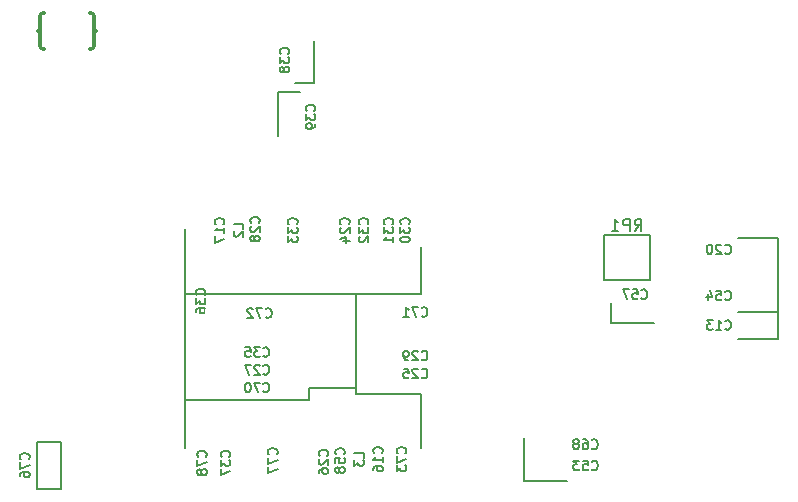
<source format=gbo>
G04 (created by PCBNEW-RS274X (2012-01-19 BZR 3256)-stable) date 2012/09/03 0:26:34*
G01*
G70*
G90*
%MOIN*%
G04 Gerber Fmt 3.4, Leading zero omitted, Abs format*
%FSLAX34Y34*%
G04 APERTURE LIST*
%ADD10C,0.006000*%
%ADD11C,0.007900*%
%ADD12C,0.011800*%
%ADD13C,0.006300*%
%ADD14C,0.150800*%
%ADD15C,0.099200*%
%ADD16R,0.124800X0.124800*%
%ADD17R,0.036200X0.026400*%
%ADD18R,0.036200X0.020500*%
%ADD19R,0.213300X0.252800*%
%ADD20C,0.237000*%
%ADD21R,0.060800X0.060800*%
%ADD22C,0.060800*%
%ADD23C,0.075600*%
%ADD24R,0.032300X0.040200*%
%ADD25R,0.040200X0.032300*%
%ADD26C,0.048000*%
%ADD27C,0.052000*%
G04 APERTURE END LIST*
G54D10*
G54D11*
X16142Y-09843D02*
X16142Y-09646D01*
X10433Y-10039D02*
X10433Y-09606D01*
X14724Y-02598D02*
X14724Y-01220D01*
X14094Y-02598D02*
X14724Y-02598D01*
X13543Y-02913D02*
X14252Y-02913D01*
X13543Y-04370D02*
X13543Y-02913D01*
X30197Y-10236D02*
X28858Y-10236D01*
X30197Y-11142D02*
X28858Y-11142D01*
X30197Y-08386D02*
X30197Y-11142D01*
X30197Y-07795D02*
X30197Y-08425D01*
X28858Y-07795D02*
X30197Y-07795D01*
X24646Y-10630D02*
X26063Y-10630D01*
X24646Y-09961D02*
X24646Y-10630D01*
X21732Y-15866D02*
X23150Y-15866D01*
X21732Y-14449D02*
X21732Y-15866D01*
X06299Y-14567D02*
X06299Y-16142D01*
X05512Y-14567D02*
X06299Y-14567D01*
X05512Y-16142D02*
X05512Y-14567D01*
X06299Y-16142D02*
X05512Y-16142D01*
X18307Y-12992D02*
X18307Y-13386D01*
X17717Y-12992D02*
X18307Y-12992D01*
X14567Y-12795D02*
X16142Y-12795D01*
X14567Y-13189D02*
X14567Y-12795D01*
X12205Y-13189D02*
X14567Y-13189D01*
X18307Y-13386D02*
X18307Y-14764D01*
X10433Y-13189D02*
X10433Y-14764D01*
X16142Y-12992D02*
X17717Y-12992D01*
X16142Y-09843D02*
X16142Y-12992D01*
X10433Y-13189D02*
X12205Y-13189D01*
X10433Y-10039D02*
X10433Y-13189D01*
X18307Y-09646D02*
X18307Y-08071D01*
X10433Y-09646D02*
X18307Y-09646D01*
X10433Y-07480D02*
X10433Y-09646D01*
X24390Y-07676D02*
X24390Y-09172D01*
X25925Y-07676D02*
X24390Y-07676D01*
X25925Y-09172D02*
X25925Y-07676D01*
X24390Y-09172D02*
X25925Y-09172D01*
G54D12*
X07267Y-01484D02*
X07295Y-01484D01*
X07352Y-01446D01*
X07381Y-01371D01*
X07381Y-00997D01*
X07410Y-00922D01*
X07467Y-00884D01*
X07410Y-00847D01*
X07381Y-00772D01*
X07381Y-00397D01*
X07352Y-00322D01*
X07295Y-00285D01*
X07267Y-00285D01*
X05724Y-01484D02*
X05696Y-01484D01*
X05639Y-01446D01*
X05610Y-01371D01*
X05610Y-00997D01*
X05581Y-00922D01*
X05524Y-00884D01*
X05581Y-00847D01*
X05610Y-00772D01*
X05610Y-00397D01*
X05639Y-00322D01*
X05696Y-00285D01*
X05724Y-00285D01*
G54D11*
X25419Y-07541D02*
X25550Y-07354D01*
X25644Y-07541D02*
X25644Y-07147D01*
X25494Y-07147D01*
X25457Y-07166D01*
X25438Y-07185D01*
X25419Y-07223D01*
X25419Y-07279D01*
X25438Y-07316D01*
X25457Y-07335D01*
X25494Y-07354D01*
X25644Y-07354D01*
X25250Y-07541D02*
X25250Y-07147D01*
X25100Y-07147D01*
X25063Y-07166D01*
X25044Y-07185D01*
X25025Y-07223D01*
X25025Y-07279D01*
X25044Y-07316D01*
X25063Y-07335D01*
X25100Y-07354D01*
X25250Y-07354D01*
X24650Y-07541D02*
X24875Y-07541D01*
X24762Y-07541D02*
X24762Y-07147D01*
X24800Y-07204D01*
X24837Y-07241D01*
X24875Y-07260D01*
G54D13*
X11122Y-15071D02*
X11137Y-15056D01*
X11153Y-15010D01*
X11153Y-14980D01*
X11137Y-14935D01*
X11107Y-14904D01*
X11077Y-14889D01*
X11016Y-14874D01*
X10970Y-14874D01*
X10910Y-14889D01*
X10879Y-14904D01*
X10849Y-14935D01*
X10834Y-14980D01*
X10834Y-15010D01*
X10849Y-15056D01*
X10864Y-15071D01*
X10834Y-15178D02*
X10834Y-15390D01*
X11153Y-15254D01*
X10970Y-15558D02*
X10955Y-15527D01*
X10940Y-15512D01*
X10910Y-15497D01*
X10894Y-15497D01*
X10864Y-15512D01*
X10849Y-15527D01*
X10834Y-15558D01*
X10834Y-15618D01*
X10849Y-15649D01*
X10864Y-15664D01*
X10894Y-15679D01*
X10910Y-15679D01*
X10940Y-15664D01*
X10955Y-15649D01*
X10970Y-15618D01*
X10970Y-15558D01*
X10986Y-15527D01*
X11001Y-15512D01*
X11031Y-15497D01*
X11092Y-15497D01*
X11122Y-15512D01*
X11137Y-15527D01*
X11153Y-15558D01*
X11153Y-15618D01*
X11137Y-15649D01*
X11122Y-15664D01*
X11092Y-15679D01*
X11031Y-15679D01*
X11001Y-15664D01*
X10986Y-15649D01*
X10970Y-15618D01*
X13484Y-14992D02*
X13499Y-14977D01*
X13515Y-14931D01*
X13515Y-14901D01*
X13499Y-14856D01*
X13469Y-14825D01*
X13439Y-14810D01*
X13378Y-14795D01*
X13332Y-14795D01*
X13272Y-14810D01*
X13241Y-14825D01*
X13211Y-14856D01*
X13196Y-14901D01*
X13196Y-14931D01*
X13211Y-14977D01*
X13226Y-14992D01*
X13196Y-15099D02*
X13196Y-15311D01*
X13515Y-15175D01*
X13196Y-15403D02*
X13196Y-15615D01*
X13515Y-15479D01*
X05217Y-15149D02*
X05232Y-15134D01*
X05248Y-15088D01*
X05248Y-15058D01*
X05232Y-15013D01*
X05202Y-14982D01*
X05172Y-14967D01*
X05111Y-14952D01*
X05065Y-14952D01*
X05005Y-14967D01*
X04974Y-14982D01*
X04944Y-15013D01*
X04929Y-15058D01*
X04929Y-15088D01*
X04944Y-15134D01*
X04959Y-15149D01*
X04929Y-15256D02*
X04929Y-15468D01*
X05248Y-15332D01*
X04929Y-15727D02*
X04929Y-15666D01*
X04944Y-15636D01*
X04959Y-15620D01*
X05005Y-15590D01*
X05065Y-15575D01*
X05187Y-15575D01*
X05217Y-15590D01*
X05232Y-15605D01*
X05248Y-15636D01*
X05248Y-15696D01*
X05232Y-15727D01*
X05217Y-15742D01*
X05187Y-15757D01*
X05111Y-15757D01*
X05081Y-15742D01*
X05065Y-15727D01*
X05050Y-15696D01*
X05050Y-15636D01*
X05065Y-15605D01*
X05081Y-15590D01*
X05111Y-15575D01*
X17775Y-14952D02*
X17790Y-14937D01*
X17806Y-14891D01*
X17806Y-14861D01*
X17790Y-14816D01*
X17760Y-14785D01*
X17730Y-14770D01*
X17669Y-14755D01*
X17623Y-14755D01*
X17563Y-14770D01*
X17532Y-14785D01*
X17502Y-14816D01*
X17487Y-14861D01*
X17487Y-14891D01*
X17502Y-14937D01*
X17517Y-14952D01*
X17487Y-15059D02*
X17487Y-15271D01*
X17806Y-15135D01*
X17487Y-15363D02*
X17487Y-15560D01*
X17608Y-15454D01*
X17608Y-15499D01*
X17623Y-15530D01*
X17639Y-15545D01*
X17669Y-15560D01*
X17745Y-15560D01*
X17775Y-15545D01*
X17790Y-15530D01*
X17806Y-15499D01*
X17806Y-15408D01*
X17790Y-15378D01*
X17775Y-15363D01*
X13118Y-10413D02*
X13133Y-10428D01*
X13179Y-10444D01*
X13209Y-10444D01*
X13254Y-10428D01*
X13285Y-10398D01*
X13300Y-10368D01*
X13315Y-10307D01*
X13315Y-10261D01*
X13300Y-10201D01*
X13285Y-10170D01*
X13254Y-10140D01*
X13209Y-10125D01*
X13179Y-10125D01*
X13133Y-10140D01*
X13118Y-10155D01*
X13011Y-10125D02*
X12799Y-10125D01*
X12935Y-10444D01*
X12692Y-10155D02*
X12677Y-10140D01*
X12647Y-10125D01*
X12571Y-10125D01*
X12540Y-10140D01*
X12525Y-10155D01*
X12510Y-10185D01*
X12510Y-10216D01*
X12525Y-10261D01*
X12707Y-10444D01*
X12510Y-10444D01*
X18315Y-10374D02*
X18330Y-10389D01*
X18376Y-10405D01*
X18406Y-10405D01*
X18451Y-10389D01*
X18482Y-10359D01*
X18497Y-10329D01*
X18512Y-10268D01*
X18512Y-10222D01*
X18497Y-10162D01*
X18482Y-10131D01*
X18451Y-10101D01*
X18406Y-10086D01*
X18376Y-10086D01*
X18330Y-10101D01*
X18315Y-10116D01*
X18208Y-10086D02*
X17996Y-10086D01*
X18132Y-10405D01*
X17707Y-10405D02*
X17889Y-10405D01*
X17798Y-10405D02*
X17798Y-10086D01*
X17828Y-10131D01*
X17859Y-10162D01*
X17889Y-10177D01*
X13040Y-12893D02*
X13055Y-12908D01*
X13101Y-12924D01*
X13131Y-12924D01*
X13176Y-12908D01*
X13207Y-12878D01*
X13222Y-12848D01*
X13237Y-12787D01*
X13237Y-12741D01*
X13222Y-12681D01*
X13207Y-12650D01*
X13176Y-12620D01*
X13131Y-12605D01*
X13101Y-12605D01*
X13055Y-12620D01*
X13040Y-12635D01*
X12933Y-12605D02*
X12721Y-12605D01*
X12857Y-12924D01*
X12538Y-12605D02*
X12508Y-12605D01*
X12478Y-12620D01*
X12462Y-12635D01*
X12447Y-12665D01*
X12432Y-12726D01*
X12432Y-12802D01*
X12447Y-12863D01*
X12462Y-12893D01*
X12478Y-12908D01*
X12508Y-12924D01*
X12538Y-12924D01*
X12569Y-12908D01*
X12584Y-12893D01*
X12599Y-12863D01*
X12614Y-12802D01*
X12614Y-12726D01*
X12599Y-12665D01*
X12584Y-12635D01*
X12569Y-12620D01*
X12538Y-12605D01*
X23985Y-14783D02*
X24000Y-14798D01*
X24046Y-14814D01*
X24076Y-14814D01*
X24121Y-14798D01*
X24152Y-14768D01*
X24167Y-14738D01*
X24182Y-14677D01*
X24182Y-14631D01*
X24167Y-14571D01*
X24152Y-14540D01*
X24121Y-14510D01*
X24076Y-14495D01*
X24046Y-14495D01*
X24000Y-14510D01*
X23985Y-14525D01*
X23711Y-14495D02*
X23772Y-14495D01*
X23802Y-14510D01*
X23818Y-14525D01*
X23848Y-14571D01*
X23863Y-14631D01*
X23863Y-14753D01*
X23848Y-14783D01*
X23833Y-14798D01*
X23802Y-14814D01*
X23742Y-14814D01*
X23711Y-14798D01*
X23696Y-14783D01*
X23681Y-14753D01*
X23681Y-14677D01*
X23696Y-14647D01*
X23711Y-14631D01*
X23742Y-14616D01*
X23802Y-14616D01*
X23833Y-14631D01*
X23848Y-14647D01*
X23863Y-14677D01*
X23498Y-14631D02*
X23529Y-14616D01*
X23544Y-14601D01*
X23559Y-14571D01*
X23559Y-14555D01*
X23544Y-14525D01*
X23529Y-14510D01*
X23498Y-14495D01*
X23438Y-14495D01*
X23407Y-14510D01*
X23392Y-14525D01*
X23377Y-14555D01*
X23377Y-14571D01*
X23392Y-14601D01*
X23407Y-14616D01*
X23438Y-14631D01*
X23498Y-14631D01*
X23529Y-14647D01*
X23544Y-14662D01*
X23559Y-14692D01*
X23559Y-14753D01*
X23544Y-14783D01*
X23529Y-14798D01*
X23498Y-14814D01*
X23438Y-14814D01*
X23407Y-14798D01*
X23392Y-14783D01*
X23377Y-14753D01*
X23377Y-14692D01*
X23392Y-14662D01*
X23407Y-14647D01*
X23438Y-14631D01*
X15728Y-14992D02*
X15743Y-14977D01*
X15759Y-14931D01*
X15759Y-14901D01*
X15743Y-14856D01*
X15713Y-14825D01*
X15683Y-14810D01*
X15622Y-14795D01*
X15576Y-14795D01*
X15516Y-14810D01*
X15485Y-14825D01*
X15455Y-14856D01*
X15440Y-14901D01*
X15440Y-14931D01*
X15455Y-14977D01*
X15470Y-14992D01*
X15440Y-15281D02*
X15440Y-15129D01*
X15592Y-15114D01*
X15576Y-15129D01*
X15561Y-15159D01*
X15561Y-15235D01*
X15576Y-15266D01*
X15592Y-15281D01*
X15622Y-15296D01*
X15698Y-15296D01*
X15728Y-15281D01*
X15743Y-15266D01*
X15759Y-15235D01*
X15759Y-15159D01*
X15743Y-15129D01*
X15728Y-15114D01*
X15576Y-15479D02*
X15561Y-15448D01*
X15546Y-15433D01*
X15516Y-15418D01*
X15500Y-15418D01*
X15470Y-15433D01*
X15455Y-15448D01*
X15440Y-15479D01*
X15440Y-15539D01*
X15455Y-15570D01*
X15470Y-15585D01*
X15500Y-15600D01*
X15516Y-15600D01*
X15546Y-15585D01*
X15561Y-15570D01*
X15576Y-15539D01*
X15576Y-15479D01*
X15592Y-15448D01*
X15607Y-15433D01*
X15637Y-15418D01*
X15698Y-15418D01*
X15728Y-15433D01*
X15743Y-15448D01*
X15759Y-15479D01*
X15759Y-15539D01*
X15743Y-15570D01*
X15728Y-15585D01*
X15698Y-15600D01*
X15637Y-15600D01*
X15607Y-15585D01*
X15592Y-15570D01*
X15576Y-15539D01*
X25638Y-09783D02*
X25653Y-09798D01*
X25699Y-09814D01*
X25729Y-09814D01*
X25774Y-09798D01*
X25805Y-09768D01*
X25820Y-09738D01*
X25835Y-09677D01*
X25835Y-09631D01*
X25820Y-09571D01*
X25805Y-09540D01*
X25774Y-09510D01*
X25729Y-09495D01*
X25699Y-09495D01*
X25653Y-09510D01*
X25638Y-09525D01*
X25349Y-09495D02*
X25501Y-09495D01*
X25516Y-09647D01*
X25501Y-09631D01*
X25471Y-09616D01*
X25395Y-09616D01*
X25364Y-09631D01*
X25349Y-09647D01*
X25334Y-09677D01*
X25334Y-09753D01*
X25349Y-09783D01*
X25364Y-09798D01*
X25395Y-09814D01*
X25471Y-09814D01*
X25501Y-09798D01*
X25516Y-09783D01*
X25227Y-09495D02*
X25015Y-09495D01*
X25151Y-09814D01*
X28433Y-09822D02*
X28448Y-09837D01*
X28494Y-09853D01*
X28524Y-09853D01*
X28569Y-09837D01*
X28600Y-09807D01*
X28615Y-09777D01*
X28630Y-09716D01*
X28630Y-09670D01*
X28615Y-09610D01*
X28600Y-09579D01*
X28569Y-09549D01*
X28524Y-09534D01*
X28494Y-09534D01*
X28448Y-09549D01*
X28433Y-09564D01*
X28144Y-09534D02*
X28296Y-09534D01*
X28311Y-09686D01*
X28296Y-09670D01*
X28266Y-09655D01*
X28190Y-09655D01*
X28159Y-09670D01*
X28144Y-09686D01*
X28129Y-09716D01*
X28129Y-09792D01*
X28144Y-09822D01*
X28159Y-09837D01*
X28190Y-09853D01*
X28266Y-09853D01*
X28296Y-09837D01*
X28311Y-09822D01*
X27855Y-09640D02*
X27855Y-09853D01*
X27931Y-09518D02*
X28007Y-09746D01*
X27810Y-09746D01*
X23985Y-15492D02*
X24000Y-15507D01*
X24046Y-15523D01*
X24076Y-15523D01*
X24121Y-15507D01*
X24152Y-15477D01*
X24167Y-15447D01*
X24182Y-15386D01*
X24182Y-15340D01*
X24167Y-15280D01*
X24152Y-15249D01*
X24121Y-15219D01*
X24076Y-15204D01*
X24046Y-15204D01*
X24000Y-15219D01*
X23985Y-15234D01*
X23696Y-15204D02*
X23848Y-15204D01*
X23863Y-15356D01*
X23848Y-15340D01*
X23818Y-15325D01*
X23742Y-15325D01*
X23711Y-15340D01*
X23696Y-15356D01*
X23681Y-15386D01*
X23681Y-15462D01*
X23696Y-15492D01*
X23711Y-15507D01*
X23742Y-15523D01*
X23818Y-15523D01*
X23848Y-15507D01*
X23863Y-15492D01*
X23574Y-15204D02*
X23377Y-15204D01*
X23483Y-15325D01*
X23438Y-15325D01*
X23407Y-15340D01*
X23392Y-15356D01*
X23377Y-15386D01*
X23377Y-15462D01*
X23392Y-15492D01*
X23407Y-15507D01*
X23438Y-15523D01*
X23529Y-15523D01*
X23559Y-15507D01*
X23574Y-15492D01*
X14744Y-03535D02*
X14759Y-03520D01*
X14775Y-03474D01*
X14775Y-03444D01*
X14759Y-03399D01*
X14729Y-03368D01*
X14699Y-03353D01*
X14638Y-03338D01*
X14592Y-03338D01*
X14532Y-03353D01*
X14501Y-03368D01*
X14471Y-03399D01*
X14456Y-03444D01*
X14456Y-03474D01*
X14471Y-03520D01*
X14486Y-03535D01*
X14456Y-03642D02*
X14456Y-03839D01*
X14577Y-03733D01*
X14577Y-03778D01*
X14592Y-03809D01*
X14608Y-03824D01*
X14638Y-03839D01*
X14714Y-03839D01*
X14744Y-03824D01*
X14759Y-03809D01*
X14775Y-03778D01*
X14775Y-03687D01*
X14759Y-03657D01*
X14744Y-03642D01*
X14775Y-03991D02*
X14775Y-04052D01*
X14759Y-04082D01*
X14744Y-04097D01*
X14699Y-04128D01*
X14638Y-04143D01*
X14516Y-04143D01*
X14486Y-04128D01*
X14471Y-04113D01*
X14456Y-04082D01*
X14456Y-04022D01*
X14471Y-03991D01*
X14486Y-03976D01*
X14516Y-03961D01*
X14592Y-03961D01*
X14623Y-03976D01*
X14638Y-03991D01*
X14653Y-04022D01*
X14653Y-04082D01*
X14638Y-04113D01*
X14623Y-04128D01*
X14592Y-04143D01*
X13878Y-01645D02*
X13893Y-01630D01*
X13909Y-01584D01*
X13909Y-01554D01*
X13893Y-01509D01*
X13863Y-01478D01*
X13833Y-01463D01*
X13772Y-01448D01*
X13726Y-01448D01*
X13666Y-01463D01*
X13635Y-01478D01*
X13605Y-01509D01*
X13590Y-01554D01*
X13590Y-01584D01*
X13605Y-01630D01*
X13620Y-01645D01*
X13590Y-01752D02*
X13590Y-01949D01*
X13711Y-01843D01*
X13711Y-01888D01*
X13726Y-01919D01*
X13742Y-01934D01*
X13772Y-01949D01*
X13848Y-01949D01*
X13878Y-01934D01*
X13893Y-01919D01*
X13909Y-01888D01*
X13909Y-01797D01*
X13893Y-01767D01*
X13878Y-01752D01*
X13726Y-02132D02*
X13711Y-02101D01*
X13696Y-02086D01*
X13666Y-02071D01*
X13650Y-02071D01*
X13620Y-02086D01*
X13605Y-02101D01*
X13590Y-02132D01*
X13590Y-02192D01*
X13605Y-02223D01*
X13620Y-02238D01*
X13650Y-02253D01*
X13666Y-02253D01*
X13696Y-02238D01*
X13711Y-02223D01*
X13726Y-02192D01*
X13726Y-02132D01*
X13742Y-02101D01*
X13757Y-02086D01*
X13787Y-02071D01*
X13848Y-02071D01*
X13878Y-02086D01*
X13893Y-02101D01*
X13909Y-02132D01*
X13909Y-02192D01*
X13893Y-02223D01*
X13878Y-02238D01*
X13848Y-02253D01*
X13787Y-02253D01*
X13757Y-02238D01*
X13742Y-02223D01*
X13726Y-02192D01*
X11909Y-15071D02*
X11924Y-15056D01*
X11940Y-15010D01*
X11940Y-14980D01*
X11924Y-14935D01*
X11894Y-14904D01*
X11864Y-14889D01*
X11803Y-14874D01*
X11757Y-14874D01*
X11697Y-14889D01*
X11666Y-14904D01*
X11636Y-14935D01*
X11621Y-14980D01*
X11621Y-15010D01*
X11636Y-15056D01*
X11651Y-15071D01*
X11621Y-15178D02*
X11621Y-15375D01*
X11742Y-15269D01*
X11742Y-15314D01*
X11757Y-15345D01*
X11773Y-15360D01*
X11803Y-15375D01*
X11879Y-15375D01*
X11909Y-15360D01*
X11924Y-15345D01*
X11940Y-15314D01*
X11940Y-15223D01*
X11924Y-15193D01*
X11909Y-15178D01*
X11621Y-15482D02*
X11621Y-15694D01*
X11940Y-15558D01*
X11082Y-09677D02*
X11097Y-09662D01*
X11113Y-09616D01*
X11113Y-09586D01*
X11097Y-09541D01*
X11067Y-09510D01*
X11037Y-09495D01*
X10976Y-09480D01*
X10930Y-09480D01*
X10870Y-09495D01*
X10839Y-09510D01*
X10809Y-09541D01*
X10794Y-09586D01*
X10794Y-09616D01*
X10809Y-09662D01*
X10824Y-09677D01*
X10794Y-09784D02*
X10794Y-09981D01*
X10915Y-09875D01*
X10915Y-09920D01*
X10930Y-09951D01*
X10946Y-09966D01*
X10976Y-09981D01*
X11052Y-09981D01*
X11082Y-09966D01*
X11097Y-09951D01*
X11113Y-09920D01*
X11113Y-09829D01*
X11097Y-09799D01*
X11082Y-09784D01*
X10794Y-10255D02*
X10794Y-10194D01*
X10809Y-10164D01*
X10824Y-10148D01*
X10870Y-10118D01*
X10930Y-10103D01*
X11052Y-10103D01*
X11082Y-10118D01*
X11097Y-10133D01*
X11113Y-10164D01*
X11113Y-10224D01*
X11097Y-10255D01*
X11082Y-10270D01*
X11052Y-10285D01*
X10976Y-10285D01*
X10946Y-10270D01*
X10930Y-10255D01*
X10915Y-10224D01*
X10915Y-10164D01*
X10930Y-10133D01*
X10946Y-10118D01*
X10976Y-10103D01*
X13040Y-11712D02*
X13055Y-11727D01*
X13101Y-11743D01*
X13131Y-11743D01*
X13176Y-11727D01*
X13207Y-11697D01*
X13222Y-11667D01*
X13237Y-11606D01*
X13237Y-11560D01*
X13222Y-11500D01*
X13207Y-11469D01*
X13176Y-11439D01*
X13131Y-11424D01*
X13101Y-11424D01*
X13055Y-11439D01*
X13040Y-11454D01*
X12933Y-11424D02*
X12736Y-11424D01*
X12842Y-11545D01*
X12797Y-11545D01*
X12766Y-11560D01*
X12751Y-11576D01*
X12736Y-11606D01*
X12736Y-11682D01*
X12751Y-11712D01*
X12766Y-11727D01*
X12797Y-11743D01*
X12888Y-11743D01*
X12918Y-11727D01*
X12933Y-11712D01*
X12447Y-11424D02*
X12599Y-11424D01*
X12614Y-11576D01*
X12599Y-11560D01*
X12569Y-11545D01*
X12493Y-11545D01*
X12462Y-11560D01*
X12447Y-11576D01*
X12432Y-11606D01*
X12432Y-11682D01*
X12447Y-11712D01*
X12462Y-11727D01*
X12493Y-11743D01*
X12569Y-11743D01*
X12599Y-11727D01*
X12614Y-11712D01*
X14153Y-07315D02*
X14168Y-07300D01*
X14184Y-07254D01*
X14184Y-07224D01*
X14168Y-07179D01*
X14138Y-07148D01*
X14108Y-07133D01*
X14047Y-07118D01*
X14001Y-07118D01*
X13941Y-07133D01*
X13910Y-07148D01*
X13880Y-07179D01*
X13865Y-07224D01*
X13865Y-07254D01*
X13880Y-07300D01*
X13895Y-07315D01*
X13865Y-07422D02*
X13865Y-07619D01*
X13986Y-07513D01*
X13986Y-07558D01*
X14001Y-07589D01*
X14017Y-07604D01*
X14047Y-07619D01*
X14123Y-07619D01*
X14153Y-07604D01*
X14168Y-07589D01*
X14184Y-07558D01*
X14184Y-07467D01*
X14168Y-07437D01*
X14153Y-07422D01*
X13865Y-07726D02*
X13865Y-07923D01*
X13986Y-07817D01*
X13986Y-07862D01*
X14001Y-07893D01*
X14017Y-07908D01*
X14047Y-07923D01*
X14123Y-07923D01*
X14153Y-07908D01*
X14168Y-07893D01*
X14184Y-07862D01*
X14184Y-07771D01*
X14168Y-07741D01*
X14153Y-07726D01*
X16515Y-07315D02*
X16530Y-07300D01*
X16546Y-07254D01*
X16546Y-07224D01*
X16530Y-07179D01*
X16500Y-07148D01*
X16470Y-07133D01*
X16409Y-07118D01*
X16363Y-07118D01*
X16303Y-07133D01*
X16272Y-07148D01*
X16242Y-07179D01*
X16227Y-07224D01*
X16227Y-07254D01*
X16242Y-07300D01*
X16257Y-07315D01*
X16227Y-07422D02*
X16227Y-07619D01*
X16348Y-07513D01*
X16348Y-07558D01*
X16363Y-07589D01*
X16379Y-07604D01*
X16409Y-07619D01*
X16485Y-07619D01*
X16515Y-07604D01*
X16530Y-07589D01*
X16546Y-07558D01*
X16546Y-07467D01*
X16530Y-07437D01*
X16515Y-07422D01*
X16257Y-07741D02*
X16242Y-07756D01*
X16227Y-07786D01*
X16227Y-07862D01*
X16242Y-07893D01*
X16257Y-07908D01*
X16287Y-07923D01*
X16318Y-07923D01*
X16363Y-07908D01*
X16546Y-07726D01*
X16546Y-07923D01*
X17342Y-07315D02*
X17357Y-07300D01*
X17373Y-07254D01*
X17373Y-07224D01*
X17357Y-07179D01*
X17327Y-07148D01*
X17297Y-07133D01*
X17236Y-07118D01*
X17190Y-07118D01*
X17130Y-07133D01*
X17099Y-07148D01*
X17069Y-07179D01*
X17054Y-07224D01*
X17054Y-07254D01*
X17069Y-07300D01*
X17084Y-07315D01*
X17054Y-07422D02*
X17054Y-07619D01*
X17175Y-07513D01*
X17175Y-07558D01*
X17190Y-07589D01*
X17206Y-07604D01*
X17236Y-07619D01*
X17312Y-07619D01*
X17342Y-07604D01*
X17357Y-07589D01*
X17373Y-07558D01*
X17373Y-07467D01*
X17357Y-07437D01*
X17342Y-07422D01*
X17373Y-07923D02*
X17373Y-07741D01*
X17373Y-07832D02*
X17054Y-07832D01*
X17099Y-07802D01*
X17130Y-07771D01*
X17145Y-07741D01*
X17893Y-07315D02*
X17908Y-07300D01*
X17924Y-07254D01*
X17924Y-07224D01*
X17908Y-07179D01*
X17878Y-07148D01*
X17848Y-07133D01*
X17787Y-07118D01*
X17741Y-07118D01*
X17681Y-07133D01*
X17650Y-07148D01*
X17620Y-07179D01*
X17605Y-07224D01*
X17605Y-07254D01*
X17620Y-07300D01*
X17635Y-07315D01*
X17605Y-07422D02*
X17605Y-07619D01*
X17726Y-07513D01*
X17726Y-07558D01*
X17741Y-07589D01*
X17757Y-07604D01*
X17787Y-07619D01*
X17863Y-07619D01*
X17893Y-07604D01*
X17908Y-07589D01*
X17924Y-07558D01*
X17924Y-07467D01*
X17908Y-07437D01*
X17893Y-07422D01*
X17605Y-07817D02*
X17605Y-07847D01*
X17620Y-07877D01*
X17635Y-07893D01*
X17665Y-07908D01*
X17726Y-07923D01*
X17802Y-07923D01*
X17863Y-07908D01*
X17893Y-07893D01*
X17908Y-07877D01*
X17924Y-07847D01*
X17924Y-07817D01*
X17908Y-07786D01*
X17893Y-07771D01*
X17863Y-07756D01*
X17802Y-07741D01*
X17726Y-07741D01*
X17665Y-07756D01*
X17635Y-07771D01*
X17620Y-07786D01*
X17605Y-07817D01*
X18315Y-11830D02*
X18330Y-11845D01*
X18376Y-11861D01*
X18406Y-11861D01*
X18451Y-11845D01*
X18482Y-11815D01*
X18497Y-11785D01*
X18512Y-11724D01*
X18512Y-11678D01*
X18497Y-11618D01*
X18482Y-11587D01*
X18451Y-11557D01*
X18406Y-11542D01*
X18376Y-11542D01*
X18330Y-11557D01*
X18315Y-11572D01*
X18193Y-11572D02*
X18178Y-11557D01*
X18148Y-11542D01*
X18072Y-11542D01*
X18041Y-11557D01*
X18026Y-11572D01*
X18011Y-11602D01*
X18011Y-11633D01*
X18026Y-11678D01*
X18208Y-11861D01*
X18011Y-11861D01*
X17859Y-11861D02*
X17798Y-11861D01*
X17768Y-11845D01*
X17753Y-11830D01*
X17722Y-11785D01*
X17707Y-11724D01*
X17707Y-11602D01*
X17722Y-11572D01*
X17737Y-11557D01*
X17768Y-11542D01*
X17828Y-11542D01*
X17859Y-11557D01*
X17874Y-11572D01*
X17889Y-11602D01*
X17889Y-11678D01*
X17874Y-11709D01*
X17859Y-11724D01*
X17828Y-11739D01*
X17768Y-11739D01*
X17737Y-11724D01*
X17722Y-11709D01*
X17707Y-11678D01*
X12893Y-07275D02*
X12908Y-07260D01*
X12924Y-07214D01*
X12924Y-07184D01*
X12908Y-07139D01*
X12878Y-07108D01*
X12848Y-07093D01*
X12787Y-07078D01*
X12741Y-07078D01*
X12681Y-07093D01*
X12650Y-07108D01*
X12620Y-07139D01*
X12605Y-07184D01*
X12605Y-07214D01*
X12620Y-07260D01*
X12635Y-07275D01*
X12635Y-07397D02*
X12620Y-07412D01*
X12605Y-07442D01*
X12605Y-07518D01*
X12620Y-07549D01*
X12635Y-07564D01*
X12665Y-07579D01*
X12696Y-07579D01*
X12741Y-07564D01*
X12924Y-07382D01*
X12924Y-07579D01*
X12741Y-07762D02*
X12726Y-07731D01*
X12711Y-07716D01*
X12681Y-07701D01*
X12665Y-07701D01*
X12635Y-07716D01*
X12620Y-07731D01*
X12605Y-07762D01*
X12605Y-07822D01*
X12620Y-07853D01*
X12635Y-07868D01*
X12665Y-07883D01*
X12681Y-07883D01*
X12711Y-07868D01*
X12726Y-07853D01*
X12741Y-07822D01*
X12741Y-07762D01*
X12757Y-07731D01*
X12772Y-07716D01*
X12802Y-07701D01*
X12863Y-07701D01*
X12893Y-07716D01*
X12908Y-07731D01*
X12924Y-07762D01*
X12924Y-07822D01*
X12908Y-07853D01*
X12893Y-07868D01*
X12863Y-07883D01*
X12802Y-07883D01*
X12772Y-07868D01*
X12757Y-07853D01*
X12741Y-07822D01*
X13040Y-12303D02*
X13055Y-12318D01*
X13101Y-12334D01*
X13131Y-12334D01*
X13176Y-12318D01*
X13207Y-12288D01*
X13222Y-12258D01*
X13237Y-12197D01*
X13237Y-12151D01*
X13222Y-12091D01*
X13207Y-12060D01*
X13176Y-12030D01*
X13131Y-12015D01*
X13101Y-12015D01*
X13055Y-12030D01*
X13040Y-12045D01*
X12918Y-12045D02*
X12903Y-12030D01*
X12873Y-12015D01*
X12797Y-12015D01*
X12766Y-12030D01*
X12751Y-12045D01*
X12736Y-12075D01*
X12736Y-12106D01*
X12751Y-12151D01*
X12933Y-12334D01*
X12736Y-12334D01*
X12629Y-12015D02*
X12417Y-12015D01*
X12553Y-12334D01*
X15177Y-15031D02*
X15192Y-15016D01*
X15208Y-14970D01*
X15208Y-14940D01*
X15192Y-14895D01*
X15162Y-14864D01*
X15132Y-14849D01*
X15071Y-14834D01*
X15025Y-14834D01*
X14965Y-14849D01*
X14934Y-14864D01*
X14904Y-14895D01*
X14889Y-14940D01*
X14889Y-14970D01*
X14904Y-15016D01*
X14919Y-15031D01*
X14919Y-15153D02*
X14904Y-15168D01*
X14889Y-15198D01*
X14889Y-15274D01*
X14904Y-15305D01*
X14919Y-15320D01*
X14949Y-15335D01*
X14980Y-15335D01*
X15025Y-15320D01*
X15208Y-15138D01*
X15208Y-15335D01*
X14889Y-15609D02*
X14889Y-15548D01*
X14904Y-15518D01*
X14919Y-15502D01*
X14965Y-15472D01*
X15025Y-15457D01*
X15147Y-15457D01*
X15177Y-15472D01*
X15192Y-15487D01*
X15208Y-15518D01*
X15208Y-15578D01*
X15192Y-15609D01*
X15177Y-15624D01*
X15147Y-15639D01*
X15071Y-15639D01*
X15041Y-15624D01*
X15025Y-15609D01*
X15010Y-15578D01*
X15010Y-15518D01*
X15025Y-15487D01*
X15041Y-15472D01*
X15071Y-15457D01*
X18315Y-12421D02*
X18330Y-12436D01*
X18376Y-12452D01*
X18406Y-12452D01*
X18451Y-12436D01*
X18482Y-12406D01*
X18497Y-12376D01*
X18512Y-12315D01*
X18512Y-12269D01*
X18497Y-12209D01*
X18482Y-12178D01*
X18451Y-12148D01*
X18406Y-12133D01*
X18376Y-12133D01*
X18330Y-12148D01*
X18315Y-12163D01*
X18193Y-12163D02*
X18178Y-12148D01*
X18148Y-12133D01*
X18072Y-12133D01*
X18041Y-12148D01*
X18026Y-12163D01*
X18011Y-12193D01*
X18011Y-12224D01*
X18026Y-12269D01*
X18208Y-12452D01*
X18011Y-12452D01*
X17722Y-12133D02*
X17874Y-12133D01*
X17889Y-12285D01*
X17874Y-12269D01*
X17844Y-12254D01*
X17768Y-12254D01*
X17737Y-12269D01*
X17722Y-12285D01*
X17707Y-12315D01*
X17707Y-12391D01*
X17722Y-12421D01*
X17737Y-12436D01*
X17768Y-12452D01*
X17844Y-12452D01*
X17874Y-12436D01*
X17889Y-12421D01*
X15885Y-07315D02*
X15900Y-07300D01*
X15916Y-07254D01*
X15916Y-07224D01*
X15900Y-07179D01*
X15870Y-07148D01*
X15840Y-07133D01*
X15779Y-07118D01*
X15733Y-07118D01*
X15673Y-07133D01*
X15642Y-07148D01*
X15612Y-07179D01*
X15597Y-07224D01*
X15597Y-07254D01*
X15612Y-07300D01*
X15627Y-07315D01*
X15627Y-07437D02*
X15612Y-07452D01*
X15597Y-07482D01*
X15597Y-07558D01*
X15612Y-07589D01*
X15627Y-07604D01*
X15657Y-07619D01*
X15688Y-07619D01*
X15733Y-07604D01*
X15916Y-07422D01*
X15916Y-07619D01*
X15703Y-07893D02*
X15916Y-07893D01*
X15581Y-07817D02*
X15809Y-07741D01*
X15809Y-07938D01*
X28433Y-08287D02*
X28448Y-08302D01*
X28494Y-08318D01*
X28524Y-08318D01*
X28569Y-08302D01*
X28600Y-08272D01*
X28615Y-08242D01*
X28630Y-08181D01*
X28630Y-08135D01*
X28615Y-08075D01*
X28600Y-08044D01*
X28569Y-08014D01*
X28524Y-07999D01*
X28494Y-07999D01*
X28448Y-08014D01*
X28433Y-08029D01*
X28311Y-08029D02*
X28296Y-08014D01*
X28266Y-07999D01*
X28190Y-07999D01*
X28159Y-08014D01*
X28144Y-08029D01*
X28129Y-08059D01*
X28129Y-08090D01*
X28144Y-08135D01*
X28326Y-08318D01*
X28129Y-08318D01*
X27931Y-07999D02*
X27901Y-07999D01*
X27871Y-08014D01*
X27855Y-08029D01*
X27840Y-08059D01*
X27825Y-08120D01*
X27825Y-08196D01*
X27840Y-08257D01*
X27855Y-08287D01*
X27871Y-08302D01*
X27901Y-08318D01*
X27931Y-08318D01*
X27962Y-08302D01*
X27977Y-08287D01*
X27992Y-08257D01*
X28007Y-08196D01*
X28007Y-08120D01*
X27992Y-08059D01*
X27977Y-08029D01*
X27962Y-08014D01*
X27931Y-07999D01*
X11712Y-07315D02*
X11727Y-07300D01*
X11743Y-07254D01*
X11743Y-07224D01*
X11727Y-07179D01*
X11697Y-07148D01*
X11667Y-07133D01*
X11606Y-07118D01*
X11560Y-07118D01*
X11500Y-07133D01*
X11469Y-07148D01*
X11439Y-07179D01*
X11424Y-07224D01*
X11424Y-07254D01*
X11439Y-07300D01*
X11454Y-07315D01*
X11743Y-07619D02*
X11743Y-07437D01*
X11743Y-07528D02*
X11424Y-07528D01*
X11469Y-07498D01*
X11500Y-07467D01*
X11515Y-07437D01*
X11424Y-07726D02*
X11424Y-07938D01*
X11743Y-07802D01*
X16988Y-14952D02*
X17003Y-14937D01*
X17019Y-14891D01*
X17019Y-14861D01*
X17003Y-14816D01*
X16973Y-14785D01*
X16943Y-14770D01*
X16882Y-14755D01*
X16836Y-14755D01*
X16776Y-14770D01*
X16745Y-14785D01*
X16715Y-14816D01*
X16700Y-14861D01*
X16700Y-14891D01*
X16715Y-14937D01*
X16730Y-14952D01*
X17019Y-15256D02*
X17019Y-15074D01*
X17019Y-15165D02*
X16700Y-15165D01*
X16745Y-15135D01*
X16776Y-15104D01*
X16791Y-15074D01*
X16700Y-15530D02*
X16700Y-15469D01*
X16715Y-15439D01*
X16730Y-15423D01*
X16776Y-15393D01*
X16836Y-15378D01*
X16958Y-15378D01*
X16988Y-15393D01*
X17003Y-15408D01*
X17019Y-15439D01*
X17019Y-15499D01*
X17003Y-15530D01*
X16988Y-15545D01*
X16958Y-15560D01*
X16882Y-15560D01*
X16852Y-15545D01*
X16836Y-15530D01*
X16821Y-15499D01*
X16821Y-15439D01*
X16836Y-15408D01*
X16852Y-15393D01*
X16882Y-15378D01*
X28433Y-10807D02*
X28448Y-10822D01*
X28494Y-10838D01*
X28524Y-10838D01*
X28569Y-10822D01*
X28600Y-10792D01*
X28615Y-10762D01*
X28630Y-10701D01*
X28630Y-10655D01*
X28615Y-10595D01*
X28600Y-10564D01*
X28569Y-10534D01*
X28524Y-10519D01*
X28494Y-10519D01*
X28448Y-10534D01*
X28433Y-10549D01*
X28129Y-10838D02*
X28311Y-10838D01*
X28220Y-10838D02*
X28220Y-10519D01*
X28250Y-10564D01*
X28281Y-10595D01*
X28311Y-10610D01*
X28022Y-10519D02*
X27825Y-10519D01*
X27931Y-10640D01*
X27886Y-10640D01*
X27855Y-10655D01*
X27840Y-10671D01*
X27825Y-10701D01*
X27825Y-10777D01*
X27840Y-10807D01*
X27855Y-10822D01*
X27886Y-10838D01*
X27977Y-10838D01*
X28007Y-10822D01*
X28022Y-10807D01*
X16389Y-15104D02*
X16389Y-14952D01*
X16070Y-14952D01*
X16070Y-15180D02*
X16070Y-15377D01*
X16191Y-15271D01*
X16191Y-15316D01*
X16206Y-15347D01*
X16222Y-15362D01*
X16252Y-15377D01*
X16328Y-15377D01*
X16358Y-15362D01*
X16373Y-15347D01*
X16389Y-15316D01*
X16389Y-15225D01*
X16373Y-15195D01*
X16358Y-15180D01*
X12373Y-07467D02*
X12373Y-07315D01*
X12054Y-07315D01*
X12084Y-07558D02*
X12069Y-07573D01*
X12054Y-07603D01*
X12054Y-07679D01*
X12069Y-07710D01*
X12084Y-07725D01*
X12114Y-07740D01*
X12145Y-07740D01*
X12190Y-07725D01*
X12373Y-07543D01*
X12373Y-07740D01*
%LPC*%
G54D14*
X31102Y-01772D03*
X31102Y-05709D03*
X29134Y-05020D03*
X37795Y-01772D03*
X37795Y-05709D03*
X35827Y-05020D03*
G54D15*
X43306Y-03149D03*
X41653Y-04331D03*
X43307Y-05512D03*
G54D16*
X22677Y-09485D03*
G54D17*
X24763Y-08896D03*
G54D18*
X24763Y-08581D03*
X24763Y-08266D03*
G54D17*
X24763Y-07951D03*
X25550Y-07951D03*
G54D18*
X25550Y-08266D03*
X25550Y-08581D03*
G54D17*
X25550Y-08896D03*
G54D19*
X40551Y-11496D03*
G54D20*
X46850Y-18110D03*
X46850Y-01575D03*
X01575Y-18110D03*
X01575Y-01575D03*
G54D21*
X03996Y-02559D03*
G54D22*
X04996Y-02559D03*
X05996Y-02559D03*
X06996Y-02559D03*
X07996Y-02559D03*
X08996Y-02559D03*
G54D21*
X44201Y-18504D03*
G54D22*
X43201Y-18504D03*
G54D21*
X44201Y-16929D03*
G54D22*
X43201Y-16929D03*
G54D21*
X43291Y-15264D03*
G54D22*
X43291Y-14264D03*
X44291Y-15264D03*
X44291Y-14264D03*
X45291Y-15264D03*
X45291Y-14264D03*
G54D23*
X20669Y-04528D03*
X18701Y-04528D03*
X18504Y-01576D03*
X20866Y-01576D03*
X26181Y-04528D03*
X24213Y-04528D03*
X24016Y-01576D03*
X26378Y-01576D03*
G54D24*
X11024Y-13661D03*
X11024Y-14291D03*
X13386Y-13661D03*
X13386Y-14291D03*
X05906Y-15039D03*
X05906Y-15669D03*
X17677Y-13661D03*
X17677Y-14291D03*
G54D25*
X11929Y-10315D03*
X11299Y-10315D03*
X16614Y-10276D03*
X17244Y-10276D03*
X11929Y-12795D03*
X11299Y-12795D03*
X22205Y-14646D03*
X22835Y-14646D03*
G54D24*
X15630Y-14291D03*
X15630Y-13661D03*
G54D25*
X25748Y-10197D03*
X25118Y-10197D03*
X29764Y-09724D03*
X29134Y-09724D03*
X22835Y-15394D03*
X22205Y-15394D03*
G54D24*
X14016Y-04055D03*
X14016Y-03425D03*
X14331Y-01535D03*
X14331Y-02165D03*
X11811Y-13661D03*
X11811Y-14291D03*
X10984Y-08976D03*
X10984Y-08346D03*
G54D25*
X11929Y-11614D03*
X11299Y-11614D03*
G54D24*
X14055Y-08976D03*
X14055Y-08346D03*
X16417Y-08976D03*
X16417Y-08346D03*
X17205Y-08976D03*
X17205Y-08346D03*
X17795Y-08976D03*
X17795Y-08346D03*
G54D25*
X16614Y-11732D03*
X17244Y-11732D03*
G54D24*
X12795Y-08976D03*
X12795Y-08346D03*
G54D25*
X11929Y-12205D03*
X11299Y-12205D03*
G54D24*
X15079Y-13465D03*
X15079Y-14095D03*
G54D25*
X16614Y-12323D03*
X17244Y-12323D03*
G54D24*
X15748Y-08976D03*
X15748Y-08346D03*
G54D25*
X29134Y-08189D03*
X29764Y-08189D03*
G54D24*
X11614Y-08976D03*
X11614Y-08346D03*
X16850Y-13661D03*
X16850Y-14291D03*
G54D25*
X29764Y-10709D03*
X29134Y-10709D03*
G54D24*
X16260Y-13661D03*
X16260Y-14291D03*
X12204Y-08976D03*
X12204Y-08346D03*
G54D21*
X05075Y-18925D03*
G54D22*
X05075Y-17925D03*
X06075Y-18925D03*
X06075Y-17925D03*
X07075Y-18925D03*
X07075Y-17925D03*
X08075Y-18925D03*
X08075Y-17925D03*
G54D26*
X32992Y-15670D03*
X32992Y-17638D03*
X25827Y-15670D03*
X25827Y-17638D03*
G54D27*
X24567Y-06457D03*
X25355Y-06457D03*
X20512Y-06063D03*
X20512Y-06851D03*
M02*

</source>
